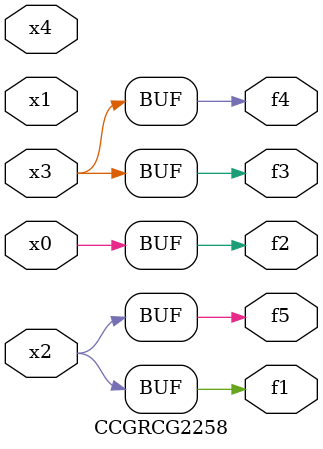
<source format=v>
module CCGRCG2258(
	input x0, x1, x2, x3, x4,
	output f1, f2, f3, f4, f5
);
	assign f1 = x2;
	assign f2 = x0;
	assign f3 = x3;
	assign f4 = x3;
	assign f5 = x2;
endmodule

</source>
